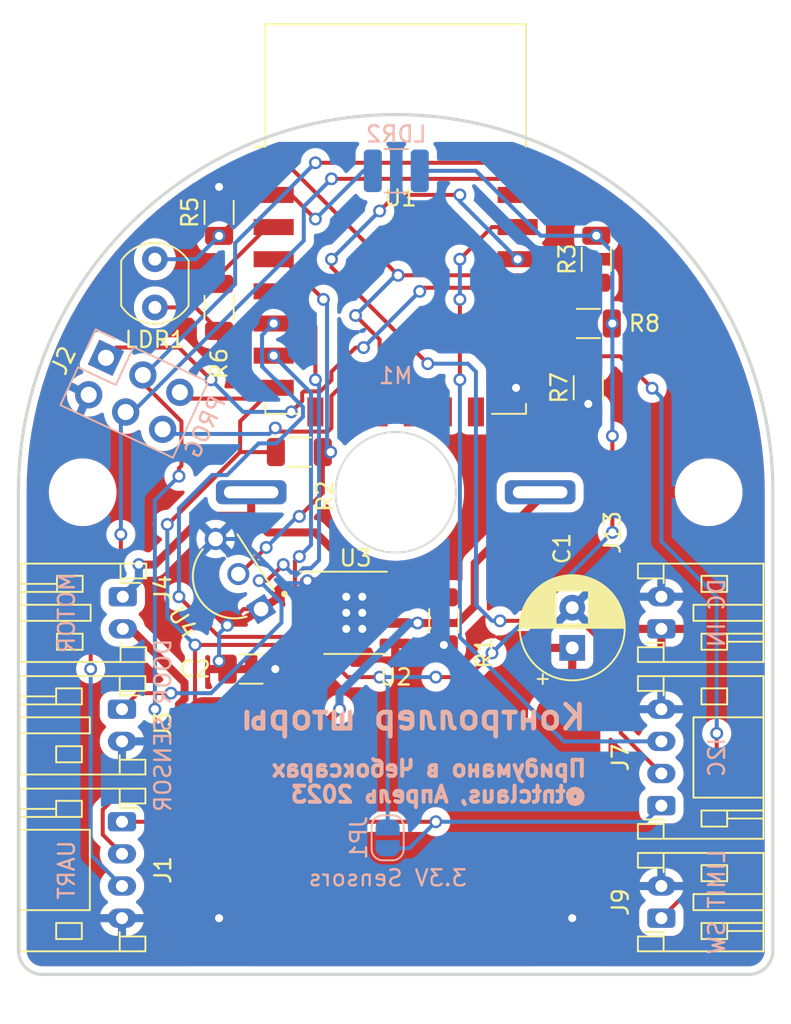
<source format=kicad_pcb>
(kicad_pcb (version 20211014) (generator pcbnew)
  (layers (0 "F.Cu" signal) (31 "B.Cu" signal) (34 "B.Paste" user) (35 "F.Paste" user) (36 "B.SilkS" user "B.Silkscreen") (37 "F.SilkS" user "F.Silkscreen") (38 "B.Mask" user) (39 "F.Mask" user) (44 "Edge.Cuts" user))
  (net 0 "")
  (net 1 "/Vin+")
  (net 2 "GND")
  (net 3 "/ESP_EN")
  (net 4 "/ESP_RX")
  (net 5 "/ESP_TX")
  (net 6 "/ESP_GPIO0")
  (net 7 "+3V3")
  (net 8 "/SDA")
  (net 9 "/SCL")
  (net 10 "/M1_DIR")
  (net 11 "/M1_EN")
  (net 12 "/M_A")
  (net 13 "Net-(R1-Pad2)")
  (net 15 "/M1_LS")
  (net 16 "/LDR")
  (net 22 "/M_B")
  (net 23 "/HALL_SW")
  (net 24 "Net-(R6-Pad1)")
  (net 25 "Net-(R8-Pad2)")
  (net 26 "/DOOR_SW")
  (net 27 "+5V")
  (footprint "Capacitor_THT:CP_Radial_D6.3mm_P2.50mm" (layer "F.Cu") (at 71 69.68238 90)
    (fp_text reference "C1" (at 6.182379 -0.633 90) (layer "F.SilkS"))
    (fp_text value "100µF 25V")
    (pad "1" thru_hole rect (at 0 0 90) (size 1.6 1.6) (drill 0.8) (layers *.Cu *.Mask) (net 1 "/Vin+"))
    (pad "2" thru_hole circle (at 2.5 0 90) (size 1.6 1.6) (drill 0.8) (layers *.Cu *.Mask) (net 2 "GND"))
  )
  (footprint "Package_SO:SOIC-8-1EP_3.9x4.9mm_P1.27mm_EP2.41x3.3mm" (layer "F.Cu") (at 57.5 67.5)
    (fp_text reference "U3" (at 0 -3.4) (layer "F.SilkS"))
    (fp_text value "A4950E")
    (pad "1" smd roundrect (at -2.475 -1.905) (size 1.95 0.6) (layers "F.Cu" "F.Paste" "F.Mask") (net 2 "GND"))
    (pad "2" smd roundrect (at -2.475 -0.635) (size 1.95 0.6) (layers "F.Cu" "F.Paste" "F.Mask") (net 10 "/M1_DIR"))
    (pad "3" smd roundrect (at -2.475 0.635) (size 1.95 0.6) (layers "F.Cu" "F.Paste" "F.Mask") (net 11 "/M1_EN"))
    (pad "4" smd roundrect (at -2.475 1.905) (size 1.95 0.6) (layers "F.Cu" "F.Paste" "F.Mask") (net 7 "+3V3"))
    (pad "5" smd roundrect (at 2.475 1.905) (size 1.95 0.6) (layers "F.Cu" "F.Paste" "F.Mask") (net 1 "/Vin+"))
    (pad "6" smd roundrect (at 2.475 0.635) (size 1.95 0.6) (layers "F.Cu" "F.Paste" "F.Mask") (net 12 "/M_A"))
    (pad "7" smd roundrect (at 2.475 -0.635) (size 1.95 0.6) (layers "F.Cu" "F.Paste" "F.Mask") (net 13 "Net-(R1-Pad2)"))
    (pad "8" smd roundrect (at 2.475 -1.905) (size 1.95 0.6) (layers "F.Cu" "F.Paste" "F.Mask") (net 22 "/M_B"))
    (pad "9" smd rect (at 0 0) (size 2.41 3.3) (layers "F.Cu" "F.Mask") (net 2 "GND"))
  )
  (footprint "Connector_JST:JST_PH_S4B-PH-K_1x04_P2.00mm_Horizontal" (layer "F.Cu") (at 76.55 79.5 90)
    (fp_text reference "J7" (at 3 -2.55 90) (layer "F.SilkS"))
    (fp_text value "I2C" (at 3 3.45 90) (layer "B.SilkS") (effects (justify mirror)))
    (pad "1" thru_hole roundrect (at 0 0 90) (size 1.2 1.75) (drill 0.75) (layers *.Cu *.Mask) (roundrect_rratio 0.2083333333) (net 27 "+5V"))
    (pad "2" thru_hole oval (at 2 0 90) (size 1.2 1.75) (drill 0.75) (layers *.Cu *.Mask) (net 8 "/SDA"))
    (pad "3" thru_hole oval (at 4 0 90) (size 1.2 1.75) (drill 0.75) (layers *.Cu *.Mask) (net 9 "/SCL"))
    (pad "4" thru_hole oval (at 6 0 90) (size 1.2 1.75) (drill 0.75) (layers *.Cu *.Mask) (net 2 "GND"))
  )
  (footprint "Resistor_SMD:R_1206_3216Metric" (layer "F.Cu") (at 63 68 90)
    (fp_text reference "R1" (at -2 2.5 90) (layer "F.SilkS"))
    (fp_text value "0.2")
    (pad "1" smd roundrect (at -1.4625 0 90) (size 1.125 1.75) (layers "F.Cu" "F.Paste" "F.Mask") (roundrect_rratio 0.2222222222) (net 2 "GND"))
    (pad "2" smd roundrect (at 1.4625 0 90) (size 1.125 1.75) (layers "F.Cu" "F.Paste" "F.Mask") (roundrect_rratio 0.2222222222) (net 13 "Net-(R1-Pad2)"))
  )
  (footprint "OptoDevice:R_LDR_5.0x4.1mm_P3mm_Vertical" (layer "F.Cu") (at 45 48.5 90)
    (fp_text reference "LDR1" (at -2 0 180) (layer "F.SilkS"))
    (fp_text value "A9050")
    (pad "1" thru_hole circle (at 0 0 90) (size 1.6 1.6) (drill 0.8) (layers *.Cu *.Mask) (net 7 "+3V3"))
    (pad "2" thru_hole circle (at 3 0 90) (size 1.6 1.6) (drill 0.8) (layers *.Cu *.Mask) (net 16 "/LDR"))
  )
  (footprint "Connector_JST:JST_PH_S2B-PH-K_1x02_P2.00mm_Horizontal" (layer "F.Cu") (at 76.55 86.5 90)
    (fp_text reference "J9" (at 1 -2.55 90) (layer "F.SilkS"))
    (fp_text value "LIMIT SW" (at 1 3.45 90) (layer "B.SilkS") (effects (justify mirror)))
    (pad "1" thru_hole roundrect (at 0 0 90) (size 1.2 1.75) (drill 0.75) (layers *.Cu *.Mask) (roundrect_rratio 0.2083333333) (net 15 "/M1_LS"))
    (pad "2" thru_hole oval (at 2 0 90) (size 1.2 1.75) (drill 0.75) (layers *.Cu *.Mask) (net 2 "GND"))
  )
  (footprint "Resistor_SMD:R_1206_3216Metric" (layer "F.Cu") (at 72 53.5 90)
    (fp_text reference "R7" (at 0 -1.82 90) (layer "F.SilkS"))
    (fp_text value "10K")
    (pad "1" smd roundrect (at -1.4625 0 90) (size 1.125 1.75) (layers "F.Cu" "F.Paste" "F.Mask") (roundrect_rratio 0.2222222222) (net 2 "GND"))
    (pad "2" smd roundrect (at 1.4625 0 90) (size 1.125 1.75) (layers "F.Cu" "F.Paste" "F.Mask") (roundrect_rratio 0.2222222222) (net 15 "/M1_LS"))
  )
  (footprint "Connector_JST:JST_PH_S2B-PH-K_1x02_P2.00mm_Horizontal" (layer "F.Cu") (at 76.55 68.5 90)
    (fp_text reference "J13" (at 6 -3.05 90) (layer "F.SilkS"))
    (fp_text value "DC IN" (at 1 3.45 90) (layer "B.SilkS") (effects (justify mirror)))
    (pad "1" thru_hole roundrect (at 0 0 90) (size 1.2 1.75) (drill 0.75) (layers *.Cu *.Mask) (roundrect_rratio 0.2083333333) (net 1 "/Vin+"))
    (pad "2" thru_hole oval (at 2 0 90) (size 1.2 1.75) (drill 0.75) (layers *.Cu *.Mask) (net 2 "GND"))
  )
  (footprint "Resistor_SMD:R_1206_3216Metric" (layer "F.Cu") (at 72.5 45.5 90)
    (fp_text reference "R3" (at 0 -1.82 90) (layer "F.SilkS"))
    (fp_text value "10K")
    (pad "1" smd roundrect (at -1.4625 0 90) (size 1.125 1.75) (layers "F.Cu" "F.Paste" "F.Mask") (roundrect_rratio 0.2222222222) (net 3 "/ESP_EN"))
    (pad "2" smd roundrect (at 1.4625 0 90) (size 1.125 1.75) (layers "F.Cu" "F.Paste" "F.Mask") (roundrect_rratio 0.2222222222) (net 7 "+3V3"))
  )
  (footprint "Motors:Hall_Switch_TO-92" (layer "F.Cu") (at 49.266817 65.695008 123)
    (fp_text reference "U4" (at -0.625 -3.435 123) (layer "F.SilkS"))
    (fp_text value "SS41F")
    (pad "1" thru_hole rect (at -2.6 1.1125 123) (size 1.37 1.37) (drill 0.91) (layers *.Cu *.Mask) (net 1 "/Vin+"))
    (pad "2" thru_hole circle (at 0 1.1125 123) (size 1.37 1.37) (drill 0.91) (layers *.Cu *.Mask) (net 23 "/HALL_SW"))
    (pad "3" thru_hole circle (at 2.6 1.1125 123) (size 1.37 1.37) (drill 0.91) (layers *.Cu *.Mask) (net 2 "GND"))
  )
  (footprint "MountingHole:MountingHole_3.2mm_M3" (layer "F.Cu") (at 79.5 60)
    (fp_text reference "H2")
    (fp_text value "MountingHole")
    (pad "" np_thru_hole circle (at 0 0) (size 3.2 3.2) (drill 3.2) (layers *.Cu *.Mask))
  )
  (footprint "Resistor_SMD:R_1206_3216Metric" (layer "F.Cu") (at 72 49.5 180)
    (fp_text reference "R8" (at -3.5 0) (layer "F.SilkS"))
    (fp_text value "10K")
    (pad "1" smd roundrect (at -1.4625 0 180) (size 1.125 1.75) (layers "F.Cu" "F.Paste" "F.Mask") (roundrect_rratio 0.2222222222) (net 7 "+3V3"))
    (pad "2" smd roundrect (at 1.4625 0 180) (size 1.125 1.75) (layers "F.Cu" "F.Paste" "F.Mask") (roundrect_rratio 0.2222222222) (net 25 "Net-(R8-Pad2)"))
  )
  (footprint "Power Modules:MP1584EN" (layer "F.Cu") (at 60 81)
    (fp_text reference "U2" (at 0 -9.5 unlocked) (layer "F.SilkS"))
    (fp_text value "MP1584EN 3.3V")
    (pad "1" smd roundrect (at -11 -5.75) (size 4 5) (layers "F.Cu" "F.Paste" "F.Mask") (net 7 "+3V3"))
    (pad "2" smd roundrect (at -11 5.75) (size 4 5) (layers "F.Cu" "F.Paste" "F.Mask") (net 2 "GND"))
    (pad "3" smd roundrect (at 10.75 -5.75) (size 4 5) (layers "F.Cu" "F.Paste" "F.Mask") (net 1 "/Vin+"))
    (pad "4" smd roundrect (at 10.75 5.75) (size 4 5) (layers "F.Cu" "F.Paste" "F.Mask") (net 2 "GND"))
  )
  (footprint "RF_Module:ESP-12E" (layer "F.Cu") (at 60 43)
    (fp_text reference "U1" (at 0.304275 -1.304275) (layer "F.SilkS"))
    (fp_text value "ESP-12F")
    (pad "1" smd rect (at -7.6 -3.5) (size 2.5 1) (layers "F.Cu" "F.Paste" "F.Mask") (net 3 "/ESP_EN"))
    (pad "2" smd rect (at -7.6 -1.5) (size 2.5 1) (layers "F.Cu" "F.Paste" "F.Mask") (net 16 "/LDR"))
    (pad "3" smd rect (at -7.6 0.5) (size 2.5 1) (layers "F.Cu" "F.Paste" "F.Mask") (net 24 "Net-(R6-Pad1)"))
    (pad "4" smd rect (at -7.6 2.5) (size 2.5 1) (layers "F.Cu" "F.Paste" "F.Mask") (net 23 "/HALL_SW"))
    (pad "5" smd rect (at -7.6 4.5) (size 2.5 1) (layers "F.Cu" "F.Paste" "F.Mask") (net 26 "/DOOR_SW"))
    (pad "6" smd rect (at -7.6 6.5) (size 2.5 1) (layers "F.Cu" "F.Paste" "F.Mask") (net 11 "/M1_EN"))
    (pad "7" smd rect (at -7.6 8.5) (size 2.5 1) (layers "F.Cu" "F.Paste" "F.Mask") (net 10 "/M1_DIR"))
    (pad "8" smd rect (at -7.6 10.5) (size 2.5 1) (layers "F.Cu" "F.Paste" "F.Mask") (net 7 "+3V3"))
    (pad "9" smd rect (at -5 12) (size 1 1.8) (layers "F.Cu" "F.Paste" "F.Mask"))
    (pad "10" smd rect (at -3 12) (size 1 1.8) (layers "F.Cu" "F.Paste" "F.Mask"))
    (pad "11" smd rect (at -1 12) (size 1 1.8) (layers "F.Cu" "F.Paste" "F.Mask"))
    (pad "12" smd rect (at 1 12) (size 1 1.8) (layers "F.Cu" "F.Paste" "F.Mask"))
    (pad "13" smd rect (at 3 12) (size 1 1.8) (layers "F.Cu" "F.Paste" "F.Mask"))
    (pad "14" smd rect (at 5 12) (size 1 1.8) (layers "F.Cu" "F.Paste" "F.Mask"))
    (pad "15" smd rect (at 7.6 10.5) (size 2.5 1) (layers "F.Cu" "F.Paste" "F.Mask") (net 2 "GND"))
    (pad "16" smd rect (at 7.6 8.5) (size 2.5 1) (layers "F.Cu" "F.Paste" "F.Mask") (net 15 "/M1_LS"))
    (pad "17" smd rect (at 7.6 6.5) (size 2.5 1) (layers "F.Cu" "F.Paste" "F.Mask") (net 25 "Net-(R8-Pad2)"))
    (pad "18" smd rect (at 7.6 4.5) (size 2.5 1) (layers "F.Cu" "F.Paste" "F.Mask") (net 6 "/ESP_GPIO0"))
    (pad "19" smd rect (at 7.6 2.5) (size 2.5 1) (layers "F.Cu" "F.Paste" "F.Mask") (net 8 "/SDA"))
    (pad "20" smd rect (at 7.6 0.5) (size 2.5 1) (layers "F.Cu" "F.Paste" "F.Mask") (net 9 "/SCL"))
    (pad "21" smd rect (at 7.6 -1.5) (size 2.5 1) (layers "F.Cu" "F.Paste" "F.Mask") (net 4 "/ESP_RX"))
    (pad "22" smd rect (at 7.6 -3.5) (size 2.5 1) (layers "F.Cu" "F.Paste" "F.Mask") (net 5 "/ESP_TX"))
    (zone (net 0) (net_name "") (layers *.Cu) (connect_pads (clearance 0)) (min_thickness 0.254)
      (keepout (tracks not_allowed) (vias not_allowed) (pads not_allowed) (copperpour not_allowed) (footprints not_allowed))
      (fill (thermal_gap 0.508) (thermal_bridge_width 0.508))
      (polygon (pts (xy 51.88 38.2) (xy 68.12 38.2) (xy 68.12 30.88) (xy 51.88 30.88)))
    )
  )
  (footprint "Capacitor_SMD:C_1206_3216Metric" (layer "F.Cu") (at 51 71 180)
    (fp_text reference "C2" (at 3.5 0) (layer "F.SilkS"))
    (fp_text value "0.22µF")
    (pad "1" smd roundrect (at -1.475 0 180) (size 1.15 1.8) (layers "F.Cu" "F.Paste" "F.Mask") (roundrect_rratio 0.2173913043) (net 2 "GND"))
    (pad "2" smd roundrect (at 1.475 0 180) (size 1.15 1.8) (layers "F.Cu" "F.Paste" "F.Mask") (roundrect_rratio 0.2173913043) (net 1 "/Vin+"))
  )
  (footprint "Resistor_SMD:R_1206_3216Metric" (layer "F.Cu") (at 49 42.5875 90)
    (fp_text reference "R5" (at 0 -1.82 90) (layer "F.SilkS"))
    (fp_text value "500")
    (pad "1" smd roundrect (at -1.4625 0 90) (size 1.125 1.75) (layers "F.Cu" "F.Paste" "F.Mask") (roundrect_rratio 0.2222222222) (net 16 "/LDR"))
    (pad "2" smd roundrect (at 1.4625 0 90) (size 1.125 1.75) (layers "F.Cu" "F.Paste" "F.Mask") (roundrect_rratio 0.2222222222) (net 2 "GND"))
  )
  (footprint "Resistor_SMD:R_1206_3216Metric" (layer "F.Cu") (at 54 57.5 180)
    (fp_text reference "R2" (at -1.598225 -2.74355 90) (layer "F.SilkS"))
    (fp_text value "10K")
    (pad "1" smd roundrect (at -1.4625 0 180) (size 1.125 1.75) (layers "F.Cu" "F.Paste" "F.Mask") (roundrect_rratio 0.2222222222) (net 23 "/HALL_SW"))
    (pad "2" smd roundrect (at 1.4625 0 180) (size 1.125 1.75) (layers "F.Cu" "F.Paste" "F.Mask") (roundrect_rratio 0.2222222222) (net 7 "+3V3"))
  )
  (footprint "Connector_JST:JST_PH_S4B-PH-K_1x04_P2.00mm_Horizontal" (layer "F.Cu") (at 42.95 80.5 -90)
    (fp_text reference "J1" (at 3 -2.55 90) (layer "F.SilkS"))
    (fp_text value "UART" (at 3 3.45 90) (layer "B.SilkS") (effects (justify mirror)))
    (pad "1" thru_hole roundrect (at 0 0 270) (size 1.2 1.75) (drill 0.75) (layers *.Cu *.Mask) (roundrect_rratio 0.2083333333) (net 27 "+5V"))
    (pad "2" thru_hole oval (at 2 0 270) (size 1.2 1.75) (drill 0.75) (layers *.Cu *.Mask) (net 5 "/ESP_TX"))
    (pad "3" thru_hole oval (at 4 0 270) (size 1.2 1.75) (drill 0.75) (layers *.Cu *.Mask) (net 4 "/ESP_RX"))
    (pad "4" thru_hole oval (at 6 0 270) (size 1.2 1.75) (drill 0.75) (layers *.Cu *.Mask) (net 2 "GND"))
  )
  (footprint "Connector_JST:JST_PH_S2B-PH-K_1x02_P2.00mm_Horizontal" (layer "F.Cu") (at 43 66.5 -90)
    (fp_text reference "J4" (at -0.5 -2.5 90) (layer "F.SilkS"))
    (fp_text value "MOTOR" (at 1 3.5 90) (layer "B.SilkS") (effects (justify mirror)))
    (pad "1" thru_hole roundrect (at 0 0 270) (size 1.2 1.75) (drill 0.75) (layers *.Cu *.Mask) (roundrect_rratio 0.2083333333) (net 22 "/M_B"))
    (pad "2" thru_hole oval (at 2 0 270) (size 1.2 1.75) (drill 0.75) (layers *.Cu *.Mask) (net 12 "/M_A"))
  )
  (footprint "Connector_JST:JST_PH_S2B-PH-K_1x02_P2.00mm_Horizontal" (layer "F.Cu") (at 42.95 73.5 -90)
    (fp_text reference "J3" (at 1 -2.55 90) (layer "F.SilkS"))
    (fp_text value "DOOR SENSOR" (at 1 -2.55 90) (layer "B.SilkS") (effects (justify mirror)))
    (pad "1" thru_hole roundrect (at 0 0 270) (size 1.2 1.75) (drill 0.75) (layers *.Cu *.Mask) (roundrect_rratio 0.2083333333) (net 26 "/DOOR_SW"))
    (pad "2" thru_hole oval (at 2 0 270) (size 1.2 1.75) (drill 0.75) (layers *.Cu *.Mask) (net 2 "GND"))
  )
  (footprint "MountingHole:MountingHole_3.2mm_M3" (layer "F.Cu") (at 40.5 60)
    (fp_text reference "H1")
    (fp_text value "MountingHole")
    (pad "" np_thru_hole circle (at 0 0) (size 3.2 3.2) (drill 3.2) (layers *.Cu *.Mask))
  )
  (footprint "Resistor_SMD:R_1206_3216Metric" (layer "F.Cu") (at 49 48.5 -90)
    (fp_text reference "R6" (at 3.5 0 90) (layer "F.SilkS"))
    (fp_text value "10K")
    (pad "1" smd roundrect (at -1.4625 0 270) (size 1.125 1.75) (layers "F.Cu" "F.Paste" "F.Mask") (roundrect_rratio 0.2222222222) (net 24 "Net-(R6-Pad1)"))
    (pad "2" smd roundrect (at 1.4625 0 270) (size 1.125 1.75) (layers "F.Cu" "F.Paste" "F.Mask") (roundrect_rratio 0.2222222222) (net 7 "+3V3"))
  )
  (footprint "Connector_PinHeader_2.54mm:PinHeader_2x03_P2.54mm_Vertical" (layer "B.Cu") (at 41.950786 51.633318 -115)
    (fp_text reference "J2" (at 1.27 2.33 65) (layer "F.SilkS"))
    (fp_text value "PROG" (at 1.27 -7.41 65) (layer "B.SilkS") (effects (justify mirror)))
    (pad "1" thru_hole rect (at 0 0 245) (size 1.7 1.7) (drill 1) (layers *.Cu *.Mask) (net 6 "/ESP_GPIO0"))
    (pad "2" thru_hole oval (at 2.54 0 245) (size 1.7 1.7) (drill 1) (layers *.Cu *.Mask) (net 2 "GND"))
    (pad "3" thru_hole oval (at 0 -2.54 245) (size 1.7 1.7) (drill 1) (layers *.Cu *.Mask) (net 5 "/ESP_TX"))
    (pad "4" thru_hole oval (at 2.54 -2.54 245) (size 1.7 1.7) (drill 1) (layers *.Cu *.Mask) (net 4 "/ESP_RX"))
    (pad "5" thru_hole oval (at 0 -5.08 245) (size 1.7 1.7) (drill 1) (layers *.Cu *.Mask) (net 7 "+3V3"))
    (pad "6" thru_hole oval (at 2.54 -5.08 245) (size 1.7 1.7) (drill 1) (layers *.Cu *.Mask) (net 3 "/ESP_EN"))
  )
  (footprint "Motors:RC370" (layer "B.Cu") (at 60 60 180)
    (fp_text reference "M1" (at 0 7.25 unlocked) (layer "B.SilkS") (effects (justify mirror)))
    (fp_text value "RC370")
    (fp_circle (center 0 0) (end 3.75 0) (layer "Edge.Cuts") (width 0.12) (fill none))
    (pad "1" thru_hole roundrect (at -9 0 180) (size 4.4 1.5) (drill oval 3.4 0.75) (layers *.Cu *.Mask) (net 12 "/M_A"))
    (pad "2" thru_hole roundrect (at 9 0 180) (size 4.4 1.5) (drill oval 3.4 0.75) (layers *.Cu *.Mask) (net 22 "/M_B"))
  )
  (footprint "Jumper:SolderJumper-2_P1.3mm_Open_RoundedPad1.0x1.5mm" (layer "B.Cu") (at 59.5 81.5 -90)
    (fp_text reference "JP1" (at 0 1.8 90) (layer "B.SilkS") (effects (justify mirror)))
    (fp_text value "3.3V Sensors" (at 2.5 0 180) (layer "B.SilkS") (effects (justify mirror)))
    (pad "1" smd custom (at -0.65 0 270) (size 1 0.5) (layers "B.Cu" "B.Mask") (net 7 "+3V3") (options (clearance outline) (anchor rect)) (primitives (gr_circle (center 0 -0.25) (end 0.5 -0.25) (width 0) (fill yes)) (gr_circle (center 0 0.25) (end 0.5 0.25) (width 0) (fill yes)) (gr_poly (pts (xy 0.5 -0.75) (xy 0 -0.75) (xy 0 0.75) (xy 0.5 0.75)) (width 0) (fill yes))))
    (pad "2" smd custom (at 0.65 0 270) (size 1 0.5) (layers "B.Cu" "B.Mask") (net 27 "+5V") (options (clearance outline) (anchor rect)) (primitives (gr_circle (center 0 -0.25) (end 0.5 -0.25) (width 0) (fill yes)) (gr_circle (center 0 0.25) (end 0.5 0.25) (width 0) (fill yes)) (gr_poly (pts (xy 0 -0.75) (xy -0.5 -0.75) (xy -0.5 0.75) (xy 0 0.75)) (width 0) (fill yes))))
  )
  (footprint "Resistor_SMD:R_1210_3225Metric" (layer "B.Cu") (at 60.0375 40 180)
    (fp_text reference "LDR2" (at 0 2.28) (layer "B.SilkS") (effects (justify mirror)))
    (fp_text value "SG365 LDR (SMD)")
    (pad "1" smd roundrect (at -1.4625 0 180) (size 1.125 2.65) (layers "B.Cu" "B.Paste" "B.Mask") (roundrect_rratio 0.2222222222) (net 7 "+3V3"))
    (pad "2" smd roundrect (at 1.4625 0 180) (size 1.125 2.65) (layers "B.Cu" "B.Paste" "B.Mask") (roundrect_rratio 0.2222222222) (net 16 "/LDR"))
  )
  (gr_arc (start 83.5 88.5) (mid 83.06066 89.56066) (end 82 90) (layer "Edge.Cuts") (width 0.2))
  (gr_line (start 38 90) (end 82 90) (layer "Edge.Cuts") (width 0.2))
  (gr_arc (start 38 90) (mid 36.93934 89.56066) (end 36.5 88.5) (layer "Edge.Cuts") (width 0.2))
  (gr_line (start 36.5 60) (end 36.5 88.5) (layer "Edge.Cuts") (width 0.2))
  (gr_arc (start 36.5 60) (mid 60 36.5) (end 83.5 60) (layer "Edge.Cuts") (width 0.2))
  (gr_line (start 83.5 88.5) (end 83.5 60) (layer "Edge.Cuts") (width 0.2))
  (gr_text "Контроллер шторы" (at 72 74) (layer "B.SilkS") (effects (font (size 1.5 1.5) (thickness 0.3)) (justify left mirror)))
  (gr_text "Придумано в Чебоксарах\n@tntclaus, Апрель 2023" (at 72 78) (layer "B.SilkS") (effects (font (size 1 1) (thickness 0.25)) (justify left mirror)))
  (segment (start 49.512299 68.2755) (end 50.518158 67.269641) (width 0.25) (layer "F.Cu") (net 1))
  (segment (start 50.518158 67.269641) (end 51.615899 67.269641) (width 0.25) (layer "F.Cu") (net 1))
  (segment (start 49.5 71) (end 49 70.5) (width 0.25) (layer "F.Cu") (net 1))
  (segment (start 49.525 71) (end 49.5 71) (width 0.25) (layer "F.Cu") (net 1))
  (via (at 49 70.5) (size 0.8) (drill 0.5) (layers "F.Cu" "B.Cu") (net 1))
  (via (at 49.512299 68.2755) (size 0.8) (drill 0.5) (layers "F.Cu" "B.Cu") (net 1))
  (segment (start 49 70.5) (end 49 68.787799) (width 0.25) (layer "B.Cu") (net 1))
  (segment (start 49 68.787799) (end 49.512299 68.2755) (width 0.25) (layer "B.Cu") (net 1))
  (segment (start 55.595 65.595) (end 57.5 67.5) (width 0.25) (layer "F.Cu") (net 2))
  (segment (start 55.025 65.595) (end 55.595 65.595) (width 0.25) (layer "F.Cu") (net 2))
  (via (at 56.92 67.5) (size 0.8) (drill 0.5) (layers "F.Cu" "B.Cu") (net 2))
  (via (at 57.92 68.5) (size 0.8) (drill 0.5) (layers "F.Cu" "B.Cu") (net 2))
  (via (at 72 54.5) (size 0.8) (drill 0.5) (layers "F.Cu" "B.Cu") (net 2))
  (via (at 49 86.5) (size 0.8) (drill 0.5) (layers "F.Cu" "B.Cu") (net 2))
  (via (at 54.5 65.5) (size 0.8) (drill 0.5) (layers "F.Cu" "B.Cu") (net 2))
  (via (at 49 41) (size 0.8) (drill 0.5) (layers "F.Cu" "B.Cu") (net 2))
  (via (at 71 86.5) (size 0.8) (drill 0.5) (layers "F.Cu" "B.Cu") (net 2))
  (via (at 57.92 66.5) (size 0.8) (drill 0.5) (layers "F.Cu" "B.Cu") (net 2))
  (via (at 67.5 53.5) (size 0.8) (drill 0.5) (layers "F.Cu" "B.Cu") (net 2))
  (via (at 56.92 68.5) (size 0.8) (drill 0.5) (layers "F.Cu" "B.Cu") (net 2))
  (via (at 52.5 71) (size 0.8) (drill 0.5) (layers "F.Cu" "B.Cu") (net 2))
  (via (at 57.92 67.5) (size 0.8) (drill 0.5) (layers "F.Cu" "B.Cu") (net 2))
  (via (at 56.92 66.5) (size 0.8) (drill 0.5) (layers "F.Cu" "B.Cu") (net 2))
  (via (at 63 69.5) (size 0.8) (drill 0.5) (layers "F.Cu" "B.Cu") (net 2))
  (segment (start 53.124803 65.649417) (end 50.38394 62.908554) (width 0.25) (layer "B.Cu") (net 2))
  (segment (start 50.38394 62.908554) (end 48.783777 62.908554) (width 0.25) (layer "B.Cu") (net 2))
  (segment (start 54.5 65.5) (end 54.350583 65.649417) (width 0.25) (layer "B.Cu") (net 2))
  (segment (start 54.350583 65.649417) (end 53.124803 65.649417) (width 0.25) (layer "B.Cu") (net 2))
  (segment (start 57.5 52.5) (end 56 54) (width 0.25) (layer "F.Cu") (net 3))
  (segment (start 52.5 56) (end 52.724511 56.224511) (width 0.25) (layer "F.Cu") (net 3))
  (segment (start 58 52.5) (end 57.5 52.5) (width 0.25) (layer "F.Cu") (net 3))
  (segment (start 56 54) (end 56 56) (width 0.25) (layer "F.Cu") (net 3))
  (segment (start 59 50.5) (end 59 51.5) (width 0.25) (layer "F.Cu") (net 3))
  (segment (start 57.5 49) (end 59 50.5) (width 0.25) (layer "F.Cu") (net 3))
  (segment (start 52.724511 56.224511) (end 55.775489 56.224511) (width 0.25) (layer "F.Cu") (net 3))
  (segment (start 53.15 39.5) (end 60.15 46.5) (width 0.25) (layer "F.Cu") (net 3))
  (segment (start 72.0375 46.5) (end 72.5 46.9625) (width 0.25) (layer "F.Cu") (net 3))
  (segment (start 55.775489 56.224511) (end 56 56) (width 0.25) (layer "F.Cu") (net 3))
  (segment (start 59 51.5) (end 58 52.5) (width 0.25) (layer "F.Cu") (net 3))
  (segment (start 52.4 39.5) (end 53.15 39.5) (width 0.25) (layer "F.Cu") (net 3))
  (segment (start 60.15 46.5) (end 72.0375 46.5) (width 0.25) (layer "F.Cu") (net 3))
  (via (at 52.5 56) (size 0.8) (drill 0.5) (layers "F.Cu" "B.Cu") (net 3))
  (via (at 60.15 46.5) (size 0.8) (drill 0.5) (layers "F.Cu" "B.Cu") (net 3))
  (via (at 57.5 49) (size 0.8) (drill 0.5) (layers "F.Cu" "B.Cu") (net 3))
  (segment (start 60 46.5) (end 60.15 46.5) (width 0.25) (layer "B.Cu") (net 3))
  (segment (start 52.126977 56.373023) (end 52.5 56) (width 0.25) (layer "B.Cu") (net 3))
  (segment (start 57.5 49) (end 60 46.5) (width 0.25) (layer "B.Cu") (net 3))
  (segment (start 45.080195 56.373023) (end 52.126977 56.373023) (width 0.25) (layer "B.Cu") (net 3))
  (segment (start 42.880491 63.619509) (end 42.880491 62.619509) (width 0.25) (layer "F.Cu") (net 4))
  (segment (start 41 71) (end 41 65.5) (width 0.25) (layer "F.Cu") (net 4))
  (segment (start 56 40.5) (end 66.6 40.5) (width 0.25) (layer "F.Cu") (net 4))
  (segment (start 41 65.5) (end 42.880491 63.619509) (width 0.25) (layer "F.Cu") (net 4))
  (segment (start 66.6 40.5) (end 67.6 41.5) (width 0.25) (layer "F.Cu") (net 4))
  (via (at 56 40.5) (size 0.8) (drill 0.5) (layers "F.Cu" "B.Cu") (net 4))
  (via (at 42.880491 62.619509) (size 0.8) (drill 0.5) (layers "F.Cu" "B.Cu") (net 4))
  (via (at 41 71) (size 0.8) (drill 0.5) (layers "F.Cu" "B.Cu") (net 4))
  (segment (start 43.611796 55.00879) (end 54.275489 44.345097) (width 0.25) (layer "B.Cu") (net 4))
  (segment (start 54.275489 42.224511) (end 56 40.5) (width 0.25) (layer "B.Cu") (net 4))
  (segment (start 42.880491 62.619509) (end 42.880491 55.103023) (width 0.25) (layer "B.Cu") (net 4))
  (segment (start 42.880491 55.103023) (end 43.75948 55.103023) (width 0.25) (layer "B.Cu") (net 4))
  (segment (start 41 75.662507) (end 41 71) (width 0.25) (layer "B.Cu") (net 4))
  (segment (start 41 82.55) (end 42.95 84.5) (width 0.25) (layer "B.Cu") (net 4))
  (segment (start 41 75.662507) (end 41 82.55) (width 0.25) (layer "B.Cu") (net 4))
  (segment (start 54.275489 44.345097) (end 54.275489 42.224511) (width 0.25) (layer "B.Cu") (net 4))
  (segment (start 43.179357 55.00879) (end 43.611796 55.00879) (width 0.25) (layer "B.Cu") (net 4))
  (segment (start 42.95 82.5) (end 41.75048 81.30048) (width 0.25) (layer "F.Cu") (net 5))
  (segment (start 45 73.5) (end 45 76) (width 0.25) (layer "F.Cu") (net 5))
  (segment (start 41.75048 81.30048) (end 41.75048 79.74952) (width 0.25) (layer "F.Cu") (net 5))
  (segment (start 46.65589 58.34411) (end 46.65589 55.595742) (width 0.25) (layer "F.Cu") (net 5))
  (segment (start 46.5 59) (end 46.5 58.5) (width 0.25) (layer "F.Cu") (net 5))
  (segment (start 41.75048 79.74952) (end 45 76.5) (width 0.25) (layer "F.Cu") (net 5))
  (segment (start 45 76.5) (end 45 76) (width 0.25) (layer "F.Cu") (net 5))
  (segment (start 44.252808 53.19266) (end 44.252808 52.706768) (width 0.25) (layer "F.Cu") (net 5))
  (segment (start 67.6 39.5) (end 55 39.5) (width 0.25) (layer "F.Cu") (net 5))
  (segment (start 46.5 58.5) (end 46.65589 58.34411) (width 0.25) (layer "F.Cu") (net 5))
  (segment (start 46.65589 55.595742) (end 44.252808 53.19266) (width 0.25) (layer "F.Cu") (net 5))
  (via (at 46.5 59) (size 0.8) (drill 0.5) (layers "F.Cu" "B.Cu") (net 5))
  (via (at 55 39.5) (size 0.8) (drill 0.5) (layers "F.Cu" "B.Cu") (net 5))
  (via (at 45 73.5) (size 0.8) (drill 0.5) (layers "F.Cu" "B.Cu") (net 5))
  (segment (start 45 60.5) (end 46.5 59) (width 0.25) (layer "B.Cu") (net 5))
  (segment (start 45 73.5) (end 45 60.5) (width 0.25) (layer "B.Cu") (net 5))
  (segment (start 50 44.5) (end 50 47.053809) (width 0.25) (layer "B.Cu") (net 5))
  (segment (start 55 39.5) (end 50 44.5) (width 0.25) (layer "B.Cu") (net 5))
  (segment (start 50 47.053809) (end 44.150491 52.903318) (width 0.25) (layer "B.Cu") (net 5))
  (segment (start 56 52.5) (end 57.5 51) (width 0.25) (layer "F.Cu") (net 6))
  (segment (start 54.175489 53.824511) (end 54.275489 53.724511) (width 0.25) (layer "F.Cu") (net 6))
  (segment (start 56 53.024614) (end 56 52.5) (width 0.25) (layer "F.Cu") (net 6))
  (segment (start 67.375489 47.275489) (end 61.724511 47.275489) (width 0.25) (layer "F.Cu") (net 6))
  (segment (start 61.724511 47.275489) (end 61.5 47.5) (width 0.25) (layer "F.Cu") (net 6))
  (segment (start 48.5 53) (end 46.493704 50.993704) (width 0.25) (layer "F.Cu") (net 6))
  (segment (start 54.275489 53.724511) (end 55.300103 53.724511) (width 0.25) (layer "F.Cu") (net 6))
  (segment (start 42.5904 50.993704) (end 41.950786 51.633318) (width 0.25) (layer "F.Cu") (net 6))
  (segment (start 57.5 51) (end 58 51) (width 0.25) (layer "F.Cu") (net 6))
  (segment (start 54.175489 54.324511) (end 53.5 55) (width 0.25) (layer "F.Cu") (net 6))
  (segment (start 46.493704 50.993704) (end 42.5904 50.993704) (width 0.25) (layer "F.Cu") (net 6))
  (segment (start 55.300103 53.724511) (end 56 53.024614) (width 0.25) (layer "F.Cu") (net 6))
  (segment (start 54.175489 53.824511) (end 54.175489 54.324511) (width 0.25) (layer "F.Cu") (net 6))
  (segment (start 67.6 47.5) (end 67.375489 47.275489) (width 0.25) (layer "F.Cu") (net 6))
  (via (at 61.5 47.5) (size 0.8) (drill 0.5) (layers "F.Cu" "B.Cu") (net 6))
  (via (at 58 51) (size 0.8) (drill 0.5) (layers "F.Cu" "B.Cu") (net 6))
  (via (at 48.5 53) (size 0.8) (drill 0.5) (layers "F.Cu" "B.Cu") (net 6))
  (via (at 53.5 55) (size 0.8) (drill 0.5) (layers "F.Cu" "B.Cu") (net 6))
  (segment (start 53.5 55) (end 50.5 55) (width 0.25) (layer "B.Cu") (net 6))
  (segment (start 61.5 47.5) (end 58 51) (width 0.25) (layer "B.Cu") (net 6))
  (segment (start 50.5 55) (end 48.5 53) (width 0.25) (layer "B.Cu") (net 6))
  (segment (start 51.726682 54.173318) (end 52.4 53.5) (width 0.25) (layer "F.Cu") (net 7))
  (segment (start 55.025 69.405) (end 55.025 69.475) (width 0.25) (layer "F.Cu") (net 7))
  (segment (start 50.31073 55.58927) (end 52.4 53.5) (width 0.25) (layer "F.Cu") (net 7))
  (segment (start 47.5 73.75) (end 47.5 69.5) (width 0.25) (layer "F.Cu") (net 7))
  (segment (start 64.5 71.5) (end 66 70) (width 0.25) (layer "F.Cu") (net 7))
  (segment (start 47.5375 48.5) (end 45 48.5) (width 0.25) (layer "F.Cu") (net 7))
  (segment (start 52.4 53.5) (end 51.65 53.5) (width 0.25) (layer "F.Cu") (net 7))
  (segment (start 57 71.5) (end 59 71.5) (width 0.25) (layer "F.Cu") (net 7))
  (segment (start 47.5 69.5) (end 55 69.5) (width 0.25) (layer "F.Cu") (net 7))
  (segment (start 52.5375 57.5) (end 50.31073 57.5) (width 0.25) (layer "F.Cu") (net 7))
  (segment (start 49 75.25) (end 47.5 73.75) (width 0.25) (layer "F.Cu") (net 7))
  (segment (start 49 50.85) (end 49 49.9625) (width 0.25) (layer "F.Cu") (net 7))
  (segment (start 55.025 69.475) (end 55 69.5) (width 0.25) (layer "F.Cu") (net 7))
  (segment (start 50.31073 57.5) (end 45.775489 62.035241) (width 0.25) (layer "F.Cu") (net 7))
  (segment (start 62.5 71.5) (end 64.5 71.5) (width 0.25) (layer "F.Cu") (net 7))
  (segment (start 49 49.9625) (end 47.5375 48.5) (width 0.25) (layer "F.Cu") (net 7))
  (segment (start 55 69.5) (end 57 71.5) (width 0.25) (layer "F.Cu") (net 7))
  (segment (start 73.5 56.5) (end 73.5 62.5) (width 0.25) (layer "F.Cu") (net 7))
  (segment (start 73.4625 49.5) (end 73.5 49.5) (width 0.25) (layer "F.Cu") (net 7))
  (segment (start 51.65 53.5) (end 49 50.85) (width 0.25) (layer "F.Cu") (net 7))
  (segment (start 46.350195 54.173318) (end 51.726682 54.173318) (width 0.25) (layer "F.Cu") (net 7))
  (segment (start 50.31073 57.5) (end 50.31073 55.58927) (width 0.25) (layer "F.Cu") (net 7))
  (via (at 73.5 62.5) (size 0.8) (drill 0.5) (layers "F.Cu" "B.Cu") (net 7))
  (via (at 45.775489 62) (size 0.8) (drill 0.5) (layers "F.Cu" "B.Cu") (net 7))
  (via (at 47.5 69.5) (size 0.8) (drill 0.5) (layers "F.Cu" "B.Cu") (net 7))
  (via (at 73.5 56.5) (size 0.8) (drill 0.5) (layers "F.Cu" "B.Cu") (net 7))
  (via (at 59 71.5) (size 0.8) (drill 0.5) (layers "F.Cu" "B.Cu") (net 7))
  (via (at 72.5 44.0375) (size 0.8) (drill 0.5) (layers "F.Cu" "B.Cu") (net 7))
  (via (at 66 70) (size 0.8) (drill 0.5) (layers "F.Cu" "B.Cu") (net 7))
  (via (at 73.5 49.5) (size 0.8) (drill 0.5) (layers "F.Cu" "B.Cu") (net 7))
  (via (at 62.5 71.5) (size 0.8) (drill 0.5) (layers "F.Cu" "B.Cu") (net 7))
  (segment (start 65 40) (end 61.4625 40) (width 0.25) (layer "B.Cu") (net 7))
  (segment (start 66 70) (end 73.5 62.5) (width 0.25) (layer "B.Cu") (net 7))
  (segment (start 69.0375 44.0375) (end 65 40) (width 0.25) (layer "B.Cu") (net 7))
  (segment (start 73.5 49.5) (end 73.5 45.0375) (width 0.25) (layer "B.Cu") (net 7))
  (segment (start 47.5 69.5) (end 45.775489 67.775489) (width 0.25) (layer "B.Cu") (net 7))
  (segment (start 59.5 72) (end 59 71.5) (width 0.25) (layer "B.Cu") (net 7))
  (segment (start 59.5 80.85) (end 59.5 72) (width 0.25) (layer "B.Cu") (net 7))
  (segment (start 45.775489 67.775489) (end 45.775489 62) (width 0.25) (layer "B.Cu") (net 7))
  (segment (start 72.5 44.0375) (end 69.0375 44.0375) (width 0.25) (layer "B.Cu") (net 7))
  (segment (start 73.5 45.0375) (end 72.5 44.0375) (width 0.25) (layer "B.Cu") (net 7))
  (segment (start 59 71.5) (end 62.5 71.5) (width 0.25) (layer "B.Cu") (net 7))
  (segment (start 73.5 49.5) (end 73.5 56.5) (width 0.25) (layer "B.Cu") (net 7))
  (segment (start 70.356891 68.306891) (end 71.806891 68.306891) (width 0.25) (layer "F.Cu") (net 8))
  (segment (start 59 42.5) (end 60 41.5) (width 0.25) (layer "F.Cu") (net 8))
  (segment (start 70.05 68) (end 70.356891 68.306891) (width 0.25) (layer "F.Cu") (net 8))
  (segment (start 71.806891 68.306891) (end 74.025 70.525) (width 0.25) (layer "F.Cu") (net 8))
  (segment (start 74.025 74.975) (end 76.55 77.5) (width 0.25) (layer "F.Cu") (net 8))
  (segment (start 62 52) (end 56 46) (width 0.25) (layer "F.Cu") (net 8))
  (segment (start 66.5 68) (end 70.05 68) (width 0.25) (layer "F.Cu") (net 8))
  (segment (start 56 46) (end 56 45.5) (width 0.25) (layer "F.Cu") (net 8))
  (segment (start 60 41.5) (end 64 41.5) (width 0.25) (layer "F.Cu") (net 8))
  (segment (start 74.025 70.525) (end 74.025 74.975) (width 0.25) (layer "F.Cu") (net 8))
  (via (at 64 41.5) (size 0.8) (drill 0.5) (layers "F.Cu" "B.Cu") (net 8))
  (via (at 66.5 68) (size 0.8) (drill 0.5) (layers "F.Cu" "B.Cu") (net 8))
  (via (at 59 42.5) (size 0.8) (drill 0.5) (layers "F.Cu" "B.Cu") (net 8))
  (via (at 67.6 45.5) (size 0.8) (drill 0.5) (layers "F.Cu" "B.Cu") (net 8))
  (via (at 62 52) (size 0.8) (drill 0.5) (layers "F.Cu" "B.Cu") (net 8))
  (via (at 56 45.5) (size 0.8) (drill 0.5) (layers "F.Cu" "B.Cu") (net 8))
  (segment (start 65 52.5) (end 64.5 52) (width 0.25) (layer "B.Cu") (net 8))
  (segment (start 65 67) (end 66 68) (width 0.25) (layer "B.Cu") (net 8))
  (segment (start 64.5 52) (end 62 52) (width 0.25) (layer "B.Cu") (net 8))
  (segment (start 56 45.5) (end 59 42.5) (width 0.25) (layer "B.Cu") (net 8))
  (segment (start 64 41.5) (end 64 41.9) (width 0.25) (layer "B.Cu") (net 8))
  (segment (start 64 41.9) (end 67.6 45.5) (width 0.25) (layer "B.Cu") (net 8))
  (segment (start 65 67) (end 65 52.5) (width 0.25) (layer "B.Cu") (net 8))
  (segment (start 66 68) (end 66.5 68) (width 0.25) (layer "B.Cu") (net 8))
  (segment (start 64 45.5) (end 66 43.5) (width 0.25) (layer "F.Cu") (net 9))
  (segment (start 64 48) (end 64 53) (width 0.25) (layer "F.Cu") (net 9))
  (segment (start 66 43.5) (end 67.6 43.5) (width 0.25) (layer "F.Cu") (net 9))
  (via (at 64 45.5) (size 0.8) (drill 0.5) (layers "F.Cu" "B.Cu") (net 9))
  (via (at 64 48) (size 0.8) (drill 0.5) (layers "F.Cu" "B.Cu") (net 9))
  (via (at 64 53) (size 0.8) (drill 0.5) (layers "F.Cu" "B.Cu") (net 9))
  (segment (start 64 48) (end 64 45.5) (width 0.25) (layer "B.Cu") (net 9))
  (segment (start 64 53) (end 64 69.024614) (width 0.25) (layer "B.Cu") (net 9))
  (segment (start 76.55 75.5) (end 70.5 75.5) (width 0.25) (layer "B.Cu") (net 9))
  (segment (start 70.5 75.5) (end 70.487693 75.512307) (width 0.25) (layer "B.Cu") (net 9))
  (segment (start 64 69.024614) (end 70.487693 75.512307) (width 0.25) (layer "B.Cu") (net 9))
  (segment (start 53.865 66.865) (end 55.025 66.865) (width 0.25) (layer "F.Cu") (net 10))
  (segment (start 54 64) (end 53.72548 64.27452) (width 0.25) (layer "F.Cu") (net 10))
  (segment (start 53.72548 64.27452) (end 53.72548 66.72548) (width 0.25) (layer "F.Cu") (net 10))
  (segment (start 53.72548 66.72548) (end 53.865 66.865) (width 0.25) (layer "F.Cu") (net 10))
  (via (at 52.4 51.5) (size 0.8) (drill 0.5) (layers "F.Cu" "B.Cu") (net 10))
  (via (at 54 64) (size 0.8) (drill 0.5) (layers "F.Cu" "B.Cu") (net 10))
  (segment (start 54.724511 63.275489) (end 54 64) (width 0.25) (layer "B.Cu") (net 10))
  (segment (start 54.724511 53.824511) (end 54.724511 63.275489) (width 0.25) (layer "B.Cu") (net 10))
  (segment (start 52.4 51.5) (end 54.724511 53.824511) (width 0.25) (layer "B.Cu") (net 10))
  (segment (start 53.5 69) (end 54.365 68.135) (width 0.25) (layer "F.Cu") (net 11))
  (segment (start 49 69) (end 53.5 69) (width 0.25) (layer "F.Cu") (net 11))
  (segment (start 54.365 68.135) (end 55.025 68.135) (width 0.25) (layer "F.Cu") (net 11))
  (segment (start 46.5 66.5) (end 49 69) (width 0.25) (layer "F.Cu") (net 11))
  (via (at 46.5 66.5) (size 0.8) (drill 0.5) (layers "F.Cu" "B.Cu") (net 11))
  (via (at 52.4 49.5) (size 0.8) (drill 0.5) (layers "F.Cu" "B.Cu") (net 11))
  (segment (start 54.224511 54.699897) (end 54.224511 55.300103) (width 0.25) (layer "B.Cu") (net 11))
  (segment (start 54.224511 55.300103) (end 52.561874 56.96274) (width 0.25) (layer "B.Cu") (net 11))
  (segment (start 52.524614 53) (end 54.224511 54.699897) (width 0.25) (layer "B.Cu") (net 11))
  (segment (start 49.5 58.92548) (end 48.57452 58.92548) (width 0.25) (layer "B.Cu") (net 11))
  (segment (start 51.675489 50.224511) (end 51.675489 52.175489) (width 0.25) (layer "B.Cu") (net 11))
  (segment (start 51.675489 52.175489) (end 52.5 53) (width 0.25) (layer "B.Cu") (net 11))
  (segment (start 48.57452 58.92548) (end 46.5 61) (width 0.25) (layer "B.Cu") (net 11))
  (segment (start 46.5 61) (end 46.5 66.5) (width 0.25) (layer "B.Cu") (net 11))
  (segment (start 51.46274 56.96274) (end 49.5 58.92548) (width 0.25) (layer "B.Cu") (net 11))
  (segment (start 52.4 49.5) (end 51.675489 50.224511) (width 0.25) (layer "B.Cu") (net 11))
  (segment (start 52.5 53) (end 52.524614 53) (width 0.25) (layer "B.Cu") (net 11))
  (segment (start 52.561874 56.96274) (end 51.46274 56.96274) (width 0.25) (layer "B.Cu") (net 11))
  (segment (start 46.849511 71.849511) (end 43.5 68.5) (width 0.5) (layer "F.Cu") (net 12))
  (segment (start 69 60.342865) (end 69 60) (width 0.5) (layer "F.Cu") (net 12))
  (segment (start 63.865 68.135) (end 64.921432 67.078568) (width 0.5) (layer "F.Cu") (net 12))
  (segment (start 59.975 68.135) (end 61.365 68.135) (width 0.5) (layer "F.Cu") (net 12))
  (segment (start 64.921432 64.421432) (end 69 60.342865) (width 0.5) (layer "F.Cu") (net 12))
  (segment (start 61.365 68.135) (end 61.635 68.135) (width 0.5) (layer "F.Cu") (net 12))
  (segment (start 51 79) (end 47 79) (width 0.5) (layer "F.Cu") (net 12))
  (segment (start 56.5 73.5) (end 51 79) (width 0.5) (layer "F.Cu") (net 12))
  (segment (start 47 79) (end 46.5 78.5) (width 0.5) (layer "F.Cu") (net 12))
  (segment (start 46.5 78.5) (end 46.5 73.201391) (width 0.5) (layer "F.Cu") (net 12))
  (segment (start 61.635 68.135) (end 63.865 68.135) (width 0.5) (layer "F.Cu") (net 12))
  (segment (start 64.921432 67.078568) (end 64.921432 64.421432) (width 0.5) (layer "F.Cu") (net 12))
  (segment (start 43.5 68.5) (end 43 68.5) (width 0.5) (layer "F.Cu") (net 12))
  (segment (start 46.849511 72.85188) (end 46.849511 71.849511) (width 0.5) (layer "F.Cu") (net 12))
  (segment (start 46.5 73.201391) (end 46.849511 72.85188) (width 0.5) (layer "F.Cu") (net 12))
  (via (at 56.5 73.5) (size 0.8) (drill 0.5) (layers "F.Cu" "B.Cu") (net 12))
  (via (at 61.365 68.135) (size 0.8) (drill 0.5) (layers "F.Cu" "B.Cu") (net 12))
  (segment (start 60.865 68.135) (end 61.365 68.135) (width 0.5) (layer "B.Cu") (net 12))
  (segment (start 56.5 72.5) (end 60.865 68.135) (width 0.5) (layer "B.Cu") (net 12))
  (segment (start 56.5 72.5) (end 56.5 73.5) (width 0.5) (layer "B.Cu") (net 12))
  (segment (start 62.6725 66.865) (end 63 66.5375) (width 0.25) (layer "F.Cu") (net 13))
  (segment (start 59.975 66.865) (end 62.6725 66.865) (width 0.25) (layer "F.Cu") (net 13))
  (segment (start 76.55 86.5) (end 80 83.05) (width 0.25) (layer "F.Cu") (net 15))
  (segment (start 80 79) (end 80 75) (width 0.25) (layer "F.Cu") (net 15))
  (segment (start 80 83.05) (end 80 79) (width 0.25) (layer "F.Cu") (net 15))
  (segment (start 73.9875 51.5375) (end 75.975 53.525) (width 0.25) (layer "F.Cu") (net 15))
  (segment (start 71.9625 51.5) (end 72 51.5375) (width 0.25) (layer "F.Cu") (net 15))
  (segment (start 67.6 51.5) (end 71.9625 51.5) (width 0.25) (layer "F.Cu") (net 15))
  (segment (start 72 51.5375) (end 73.9875 51.5375) (width 0.25) (layer "F.Cu") (net 15))
  (via (at 80 75) (size 0.8) (drill 0.5) (layers "F.Cu" "B.Cu") (net 15))
  (via (at 75.975 53.525) (size 0.8) (drill 0.5) (layers "F.Cu" "B.Cu") (net 15))
  (segment (start 76.55 54.1) (end 75.975 53.525) (width 0.25) (layer "B.Cu") (net 15))
  (segment (start 80 75) (end 80 66.5) (width 0.25) (layer "B.Cu") (net 15))
  (segment (start 76.55 63.05) (end 76.55 54.1) (width 0.25) (layer "B.Cu") (net 15))
  (segment (start 80 66.5) (end 76.55 63.05) (width 0.25) (layer "B.Cu") (net 15))
  (segment (start 51.55 41.5) (end 49 44.05) (width 0.25) (layer "F.Cu") (net 16))
  (segment (start 52.4 41.5) (end 51.55 41.5) (width 0.25) (layer "F.Cu") (net 16))
  (segment (start 53.5 41.5) (end 55 43) (width 0.25) (layer "F.Cu") (net 16))
  (segment (start 52.4 41.5) (end 53.5 41.5) (width 0.25) (layer "F.Cu") (net 16))
  (via (at 49 44.05) (size 0.8) (drill 0.5) (layers "F.Cu" "B.Cu") (net 16))
  (via (at 55 43) (size 0.8) (drill 0.5) (layers "F.Cu" "B.Cu") (net 16))
  (segment (start 47.55 45.5) (end 45 45.5) (width 0.25) (layer "B.Cu") (net 16))
  (segment (start 58 40) (end 58.5375 40) (width 0.25) (layer "B.Cu") (net 16))
  (segment (start 55 43) (end 58 40) (width 0.25) (layer "B.Cu") (net 16))
  (segment (start 49 44.05) (end 47.55 45.5) (width 0.25) (layer "B.Cu") (net 16))
  (segment (start 51 60) (end 51 61.46427) (width 0.5) (layer "F.Cu") (net 22))
  (segment (start 57.900489 65.400489) (end 59.780489 65.400489) (width 0.5) (layer "F.Cu") (net 22))
  (segment (start 45 64.5) (end 44 64.5) (width 0.5) (layer "F.Cu") (net 22))
  (segment (start 52.03573 62.5) (end 55 62.5) (width 0.5) (layer "F.Cu") (net 22))
  (segment (start 59.780489 65.400489) (end 59.975 65.595) (width 0.5) (layer "F.Cu") (net 22))
  (segment (start 51 61.46427) (end 52.03573 62.5) (width 0.5) (layer "F.Cu") (net 22))
  (segment (start 51 61.46427) (end 48.03573 61.46427) (width 0.5) (layer "F.Cu") (net 22))
  (segment (start 48.03573 61.46427) (end 46 63.5) (width 0.5) (layer "F.Cu") (net 22))
  (segment (start 46 63.5) (end 45 64.5) (width 0.5) (layer "F.Cu") (net 22))
  (segment (start 55 62.5) (end 57.900489 65.400489) (width 0.5) (layer "F.Cu") (net 22))
  (via (at 44 64.5) (size 0.8) (drill 0.5) (layers "F.Cu" "B.Cu") (net 22))
  (segment (start 44 64.5) (end 44 65.5) (width 0.5) (layer "B.Cu") (net 22))
  (segment (start 44 65.5) (end 43 66.5) (width 0.5) (layer "B.Cu") (net 22))
  (segment (start 52.4 45.5) (end 53 45.5) (width 0.25) (layer "F.Cu") (net 23))
  (segment (start 55.4625 57.5) (end 55.4625 60.0375) (width 0.25) (layer "F.Cu") (net 23))
  (segment (start 53 45.5) (end 55.5 48) (width 0.25) (layer "F.Cu") (net 23))
  (segment (start 55.4625 60.0375) (end 54 61.5) (width 0.25) (layer "F.Cu") (net 23))
  (segment (start 51.934514 63.434514) (end 50.23027 65.138758) (width 0.25) (layer "F.Cu") (net 23))
  (via (at 55.5 48) (size 0.8) (drill 0.5) (layers "F.Cu" "B.Cu") (net 23))
  (via (at 54 61.5) (size 0.8) (drill 0.5) (layers "F.Cu" "B.Cu") (net 23))
  (via (at 51.934514 63.434514) (size 0.8) (drill 0.5) (layers "F.Cu" "B.Cu") (net 23))
  (via (at 55.949011 57.5) (size 0.8) (drill 0.5) (layers "F.Cu" "B.Cu") (net 23))
  (segment (start 55.5 48) (end 55.724511 48.224511) (width 0.25) (layer "B.Cu") (net 23))
  (segment (start 51.934514 63.434514) (end 53.869028 61.5) (width 0.25) (layer "B.Cu") (net 23))
  (segment (start 55.724511 48.224511) (end 55.724511 57.2755) (width 0.25) (layer "B.Cu") (net 23))
  (segment (start 55.724511 57.2755) (end 55.949011 57.5) (width 0.25) (layer "B.Cu") (net 23))
  (segment (start 53.869028 61.5) (end 54 61.5) (width 0.25) (layer "B.Cu") (net 23))
  (segment (start 49 47.0375) (end 49 46.5) (width 0.25) (layer "F.Cu") (net 24))
  (segment (start 52 43.5) (end 52.4 43.5) (width 0.25) (layer "F.Cu") (net 24))
  (segment (start 49 46.5) (end 52 43.5) (width 0.25) (layer "F.Cu") (net 24))
  (segment (start 67.6 49.5) (end 70.5375 49.5) (width 0.25) (layer "F.Cu") (net 25))
  (segment (start 42.95 73.5) (end 43.95 72.5) (width 0.25) (layer "F.Cu") (net 26))
  (segment (start 52.4 47.5) (end 52.799022 47.5) (width 0.25) (layer "F.Cu") (net 26))
  (segment (start 46 72.5) (end 43.95 72.5) (width 0.25) (layer "F.Cu") (net 26))
  (segment (start 55 49.700978) (end 55 53) (width 0.25) (layer "F.Cu") (net 26))
  (segment (start 52 65.5) (end 53 64.5) (width 0.25) (layer "F.Cu") (net 26))
  (segment (start 51.5 65.5) (end 52 65.5) (width 0.25) (layer "F.Cu") (net 26))
  (segment (start 52.799022 47.5) (end 55 49.700978) (width 0.25) (layer "F.Cu") (net 26))
  (via (at 46 72.5) (size 0.8) (drill 0.5) (layers "F.Cu" "B.Cu") (net 26))
  (via (at 51.5 65.5) (size 0.8) (drill 0.5) (layers "F.Cu" "B.Cu") (net 26))
  (via (at 53 64.5) (size 0.8) (drill 0.5) (layers "F.Cu" "B.Cu") (net 26))
  (via (at 55 53) (size 0.8) (drill 0.5) (layers "F.Cu" "B.Cu") (net 26))
  (segment (start 52.887986 66.887986) (end 51.5 65.5) (width 0.25) (layer "B.Cu") (net 26))
  (segment (start 55.224511 53.224511) (end 55 53) (width 0.25) (layer "B.Cu") (net 26))
  (segment (start 53 64.5) (end 53.5 65) (width 0.25) (layer "B.Cu") (net 26))
  (segment (start 53.975386 65) (end 54.250875 64.724511) (width 0.25) (layer "B.Cu") (net 26))
  (segment (start 53.5 65) (end 53.975386 65) (width 0.25) (layer "B.Cu") (net 26))
  (segment (start 48.5 72.5) (end 52.887986 68.112014) (width 0.25) (layer "B.Cu") (net 26))
  (segment (start 54.250875 64.724511) (end 54.724511 64.724511) (width 0.25) (layer "B.Cu") (net 26))
  (segment (start 52.887986 68.112014) (end 52.887986 66.887986) (width 0.25) (layer "B.Cu") (net 26))
  (segment (start 55.224511 64.224511) (end 55.224511 53.224511) (width 0.25) (layer "B.Cu") (net 26))
  (segment (start 46 72.5) (end 48.5 72.5) (width 0.25) (layer "B.Cu") (net 26))
  (segment (start 53.775489 65.199897) (end 54.250875 64.724511) (width 0.25) (layer "B.Cu") (net 26))
  (segment (start 54.724511 64.724511) (end 55.224511 64.224511) (width 0.25) (layer "B.Cu") (net 26))
  (segment (start 47.5 80.5) (end 62.5 80.5) (width 0.25) (layer "F.Cu") (net 27))
  (segment (start 47.5 80.5) (end 42.95 80.5) (width 0.25) (layer "F.Cu") (net 27))
  (via (at 62.5 80.5) (size 0.8) (drill 0.5) (layers "F.Cu" "B.Cu") (net 27))
  (segment (start 59.5 82.15) (end 60.85 82.15) (width 0.25) (layer "B.Cu") (net 27))
  (segment (start 75.55 80.5) (end 76.55 79.5) (width 0.25) (layer "B.Cu") (net 27))
  (segment (start 60.85 82.15) (end 62.5 80.5) (width 0.25) (layer "B.Cu") (net 27))
  (segment (start 62.5 80.5) (end 75.55 80.5) (width 0.25) (layer "B.Cu") (net 27))
  (zone (net 1) (net_name "/Vin+") (layer "F.Cu") (connect_pads (clearance 0.508)) (min_thickness 0.254) (fill yes (thermal_gap 0.508) (thermal_bridge_width 0.508))
    (polygon (pts (xy 83.695725 90) (xy 36.695725 90) (xy 36.695725 36.5) (xy 83.695725 36.5)))
  )
  (zone (net 2) (net_name "GND") (layer "B.Cu") (connect_pads (clearance 0.508)) (min_thickness 0.254) (fill yes (thermal_gap 0.508) (thermal_bridge_width 0.508))
    (polygon (pts (xy 83.695725 90) (xy 36.695725 90) (xy 36.695725 36.5) (xy 83.695725 36.5)))
  )
)
</source>
